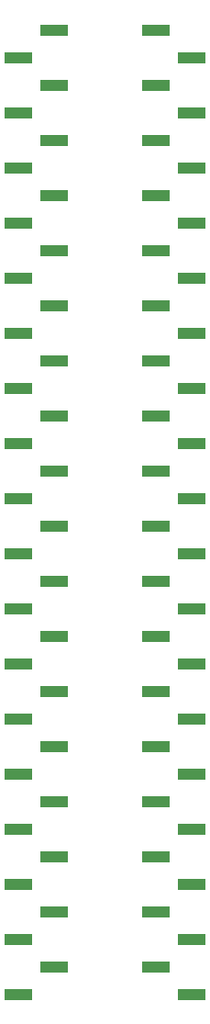
<source format=gbp>
G04 #@! TF.GenerationSoftware,KiCad,Pcbnew,9.0.6*
G04 #@! TF.CreationDate,2026-01-02T14:08:44-06:00*
G04 #@! TF.ProjectId,QFN-68_8x8,51464e2d-3638-45f3-9878-382e6b696361,rev?*
G04 #@! TF.SameCoordinates,Original*
G04 #@! TF.FileFunction,Paste,Bot*
G04 #@! TF.FilePolarity,Positive*
%FSLAX46Y46*%
G04 Gerber Fmt 4.6, Leading zero omitted, Abs format (unit mm)*
G04 Created by KiCad (PCBNEW 9.0.6) date 2026-01-02 14:08:44*
%MOMM*%
%LPD*%
G01*
G04 APERTURE LIST*
%ADD10R,2.510000X1.000000*%
G04 APERTURE END LIST*
D10*
X146435000Y-165100000D03*
X143125000Y-162560000D03*
X146435000Y-160020000D03*
X143125000Y-157480000D03*
X146435000Y-154940000D03*
X143125000Y-152400000D03*
X146435000Y-149860000D03*
X143125000Y-147320000D03*
X146435000Y-144780000D03*
X143125000Y-142240000D03*
X146435000Y-139700000D03*
X143125000Y-137160000D03*
X146435000Y-134620000D03*
X143125000Y-132080000D03*
X146435000Y-129540000D03*
X143125000Y-127000000D03*
X146435000Y-124460000D03*
X143125000Y-121920000D03*
X146435000Y-119380000D03*
X143125000Y-116840000D03*
X146435000Y-114300000D03*
X143125000Y-111760000D03*
X146435000Y-109220000D03*
X143125000Y-106680000D03*
X146435000Y-104140000D03*
X143125000Y-101600000D03*
X146435000Y-99060000D03*
X143125000Y-96520000D03*
X146435000Y-93980000D03*
X143125000Y-91440000D03*
X146435000Y-88900000D03*
X143125000Y-86360000D03*
X146435000Y-83820000D03*
X143125000Y-81280000D03*
X146435000Y-78740000D03*
X143125000Y-76200000D03*
X130425000Y-165100000D03*
X133735000Y-162560000D03*
X130425000Y-160020000D03*
X133735000Y-157480000D03*
X130425000Y-154940000D03*
X133735000Y-152400000D03*
X130425000Y-149860000D03*
X133735000Y-147320000D03*
X130425000Y-144780000D03*
X133735000Y-142240000D03*
X130425000Y-139700000D03*
X133735000Y-137160000D03*
X130425000Y-134620000D03*
X133735000Y-132080000D03*
X130425000Y-129540000D03*
X133735000Y-127000000D03*
X130425000Y-124460000D03*
X133735000Y-121920000D03*
X130425000Y-119380000D03*
X133735000Y-116840000D03*
X130425000Y-114300000D03*
X133735000Y-111760000D03*
X130425000Y-109220000D03*
X133735000Y-106680000D03*
X130425000Y-104140000D03*
X133735000Y-101600000D03*
X130425000Y-99060000D03*
X133735000Y-96520000D03*
X130425000Y-93980000D03*
X133735000Y-91440000D03*
X130425000Y-88900000D03*
X133735000Y-86360000D03*
X130425000Y-83820000D03*
X133735000Y-81280000D03*
X130425000Y-78740000D03*
X133735000Y-76200000D03*
M02*

</source>
